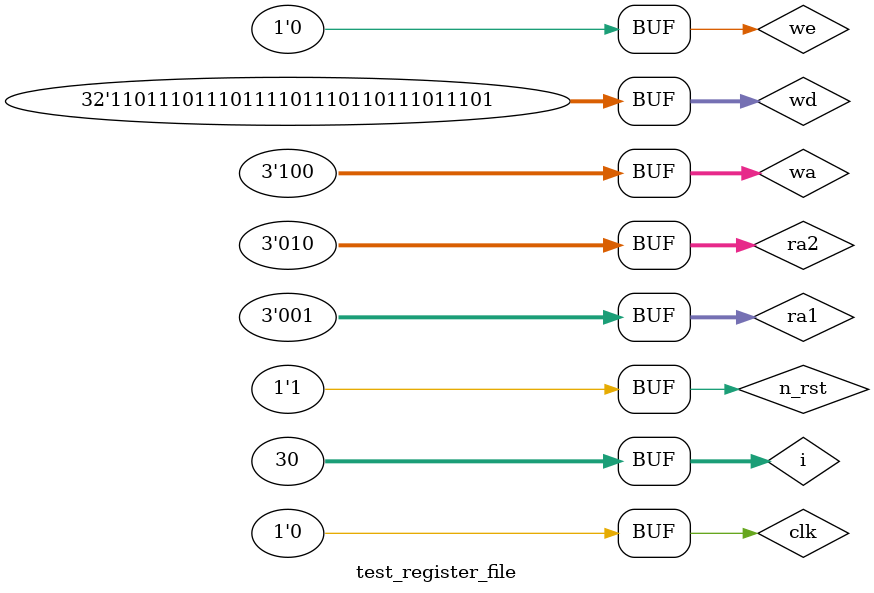
<source format=v>
module test_register_file;
    reg         clk, n_rst, we;
    reg  [ 2:0] ra1, ra2, wa;
    wire [31:0] rd1, rd2,
                r_reg [0:7];
    reg  [31:0] wd;
    integer     i;

    register_file register(ra1, ra2, wa,
                           rd1, rd2,
                           wd,
                           we,
                           clk, n_rst,
                           r_reg[0], r_reg[1], r_reg[2], r_reg[3], r_reg[4], r_reg[5], r_reg[6], r_reg[7]);

    initial begin
        clk = 0;
        for (i = 0; i < 30; i = i + 1) begin
            #50 clk = ~clk;
        end
    end

    initial begin
        n_rst = 1;
        #10 n_rst = 0;
        #10 n_rst = 1;
        #10 we = 1; ra1 = 1; ra2 = 2; wa = 3; wd = 32'haaaaaaaa;
        #100 ra1 = 3; ra2 = 3; wa = 4; wd = 32'h55555555;
        #100 ra1 = 4; ra2 = 5; wa = 5; wd = 32'h12345678;
        #100 ra1 = 5; ra2 = 4; wa = 6; wd = 32'h87654321;
        #100 ra1 = 6; ra2 = 0; wa = 1; wd = 32'h11111111;
        #100 ra1 = 1; ra2 = 6; wa = 2; wd = 32'h22222222;
        #100 ra1 = 1; ra2 = 2; wa = 7; wd = 32'h77777777;
        #100 we = 0; ra1 = 1; ra2 = 2; wa = 8; wd = 32'haaaaaaaa;
        #100 ra1 = 3; ra2 = 4; wa = 1; wd = 32'h11122111;
        #100 ra1 = 5; ra2 = 6; wa = 2; wd = 32'hbbbccbbb;
        #100 ra1 = 7; ra2 = 8; wa = 3; wd = 32'hcccddccc;
        #100 ra1 = 9; ra2 = 10; wa = 4; wd = 32'hdddeeddd;
    end

endmodule

</source>
